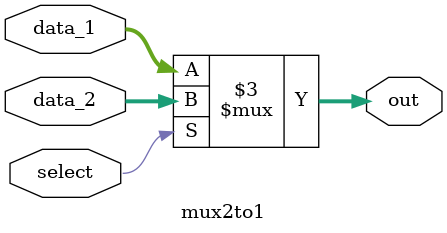
<source format=v>
module mux2to1(data_1, data_2, out, select);
	input wire [31:0] data_1, data_2;
	input wire select;
	output reg [31:0]out;
	
	always@(*)begin
		if (select)
			out <= data_2;
		else
			out <= data_1;
	end
endmodule
	
</source>
